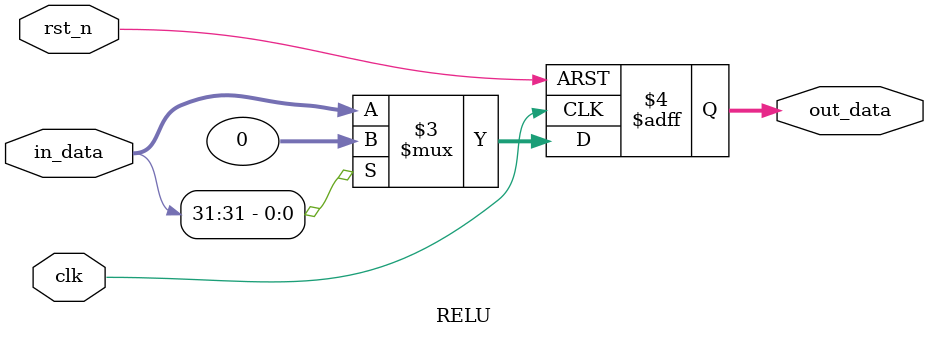
<source format=sv>
module RELU#(
    parameter SUM_WIDTH = 32
)(
    input [SUM_WIDTH-1:0] in_data,
    input clk,
    input rst_n,
    output reg [SUM_WIDTH-1:0] out_data
);
    
    always @(posedge clk or negedge rst_n) begin
        if(!rst_n) begin
            out_data <= 0;
        end
        else begin
            out_data <= (in_data[SUM_WIDTH-1]) ? 0 : in_data;
        end
    end

endmodule


</source>
